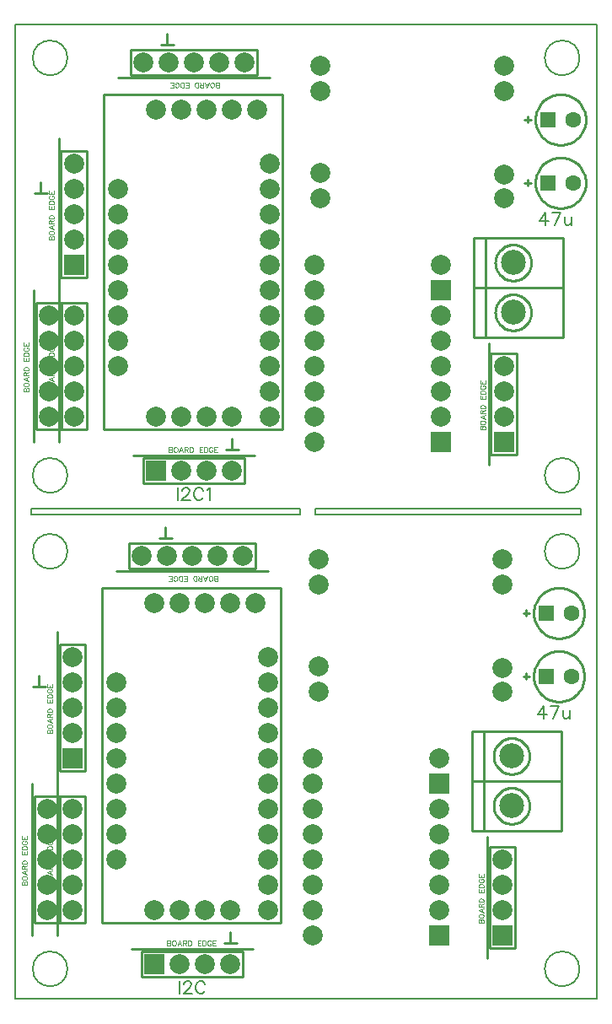
<source format=gbr>
G04 DipTrace 3.3.1.0*
G04 TopAssy.gbr*
%MOMM*%
G04 #@! TF.FileFunction,Drawing,Top*
G04 #@! TF.Part,Single*
%ADD10C,0.25*%
%ADD11C,0.14*%
G04 #@! TA.AperFunction,ComponentPad*
%ADD20C,2.5*%
%ADD24R,1.6X1.6*%
%ADD25C,1.6*%
%ADD29R,2.0X2.0*%
%ADD30C,2.0*%
%ADD32C,2.0*%
%ADD52C,0.19608*%
%ADD58C,0.07843*%
%FSLAX35Y35*%
G04*
G71*
G90*
G75*
G01*
G04 TopAssy*
%LPD*%
X5584750Y2686750D2*
D10*
X6484750D1*
Y3686750D1*
X5584750D1*
Y2686750D1*
X5704720D2*
Y3676750D1*
X5594740Y3186750D2*
X6474760D1*
X5804710Y2937050D2*
X5805148Y2949627D1*
X5806462Y2962143D1*
X5808643Y2974536D1*
X5811683Y2986747D1*
X5815565Y2998716D1*
X5820272Y3010385D1*
X5825779Y3021696D1*
X5832061Y3032594D1*
X5839087Y3043028D1*
X5846822Y3052945D1*
X5855229Y3062297D1*
X5864266Y3071039D1*
X5873891Y3079128D1*
X5884055Y3086525D1*
X5894710Y3093194D1*
X5905803Y3099103D1*
X5917281Y3104221D1*
X5929087Y3108525D1*
X5941164Y3111994D1*
X5953453Y3114611D1*
X5965895Y3116362D1*
X5978428Y3117240D1*
X5990992D1*
X6003525Y3116362D1*
X6015967Y3114611D1*
X6028256Y3111994D1*
X6040333Y3108525D1*
X6052139Y3104221D1*
X6063617Y3099103D1*
X6074710Y3093194D1*
X6085365Y3086525D1*
X6095529Y3079128D1*
X6105154Y3071039D1*
X6114191Y3062297D1*
X6122598Y3052945D1*
X6130333Y3043028D1*
X6137359Y3032594D1*
X6143641Y3021696D1*
X6149148Y3010385D1*
X6153855Y2998716D1*
X6157737Y2986747D1*
X6160777Y2974536D1*
X6162958Y2962143D1*
X6164272Y2949627D1*
X6164710Y2937050D1*
X6164272Y2924473D1*
X6162958Y2911957D1*
X6160777Y2899564D1*
X6157737Y2887353D1*
X6153855Y2875384D1*
X6149148Y2863715D1*
X6143641Y2852404D1*
X6137359Y2841506D1*
X6130333Y2831072D1*
X6122598Y2821155D1*
X6114191Y2811803D1*
X6105154Y2803061D1*
X6095529Y2794972D1*
X6085365Y2787575D1*
X6074710Y2780906D1*
X6063617Y2774997D1*
X6052139Y2769879D1*
X6040333Y2765575D1*
X6028256Y2762106D1*
X6015967Y2759489D1*
X6003525Y2757738D1*
X5990992Y2756860D1*
X5978428D1*
X5965895Y2757738D1*
X5953453Y2759489D1*
X5941164Y2762106D1*
X5929087Y2765575D1*
X5917281Y2769879D1*
X5905803Y2774997D1*
X5894710Y2780906D1*
X5884055Y2787575D1*
X5873891Y2794972D1*
X5864266Y2803061D1*
X5855229Y2811803D1*
X5846822Y2821155D1*
X5839087Y2831072D1*
X5832061Y2841506D1*
X5825779Y2852404D1*
X5820272Y2863715D1*
X5815565Y2875384D1*
X5811683Y2887353D1*
X5808643Y2899564D1*
X5806462Y2911957D1*
X5805148Y2924473D1*
X5804710Y2937050D1*
Y3437050D2*
X5805148Y3449627D1*
X5806462Y3462143D1*
X5808643Y3474536D1*
X5811683Y3486747D1*
X5815565Y3498716D1*
X5820272Y3510385D1*
X5825779Y3521696D1*
X5832061Y3532594D1*
X5839087Y3543028D1*
X5846822Y3552945D1*
X5855229Y3562297D1*
X5864266Y3571039D1*
X5873891Y3579128D1*
X5884055Y3586525D1*
X5894710Y3593194D1*
X5905803Y3599103D1*
X5917281Y3604221D1*
X5929087Y3608525D1*
X5941164Y3611994D1*
X5953453Y3614611D1*
X5965895Y3616362D1*
X5978428Y3617240D1*
X5990992D1*
X6003525Y3616362D1*
X6015967Y3614611D1*
X6028256Y3611994D1*
X6040333Y3608525D1*
X6052139Y3604221D1*
X6063617Y3599103D1*
X6074710Y3593194D1*
X6085365Y3586525D1*
X6095529Y3579128D1*
X6105154Y3571039D1*
X6114191Y3562297D1*
X6122598Y3552945D1*
X6130333Y3543028D1*
X6137359Y3532594D1*
X6143641Y3521696D1*
X6149148Y3510385D1*
X6153855Y3498716D1*
X6157737Y3486747D1*
X6160777Y3474536D1*
X6162958Y3462143D1*
X6164272Y3449627D1*
X6164710Y3437050D1*
X6164272Y3424473D1*
X6162958Y3411957D1*
X6160777Y3399564D1*
X6157737Y3387353D1*
X6153855Y3375384D1*
X6149148Y3363715D1*
X6143641Y3352404D1*
X6137359Y3341506D1*
X6130333Y3331072D1*
X6122598Y3321155D1*
X6114191Y3311803D1*
X6105154Y3303061D1*
X6095529Y3294972D1*
X6085365Y3287575D1*
X6074710Y3280906D1*
X6063617Y3274997D1*
X6052139Y3269879D1*
X6040333Y3265575D1*
X6028256Y3262106D1*
X6015967Y3259489D1*
X6003525Y3257738D1*
X5990992Y3256860D1*
X5978428D1*
X5965895Y3257738D1*
X5953453Y3259489D1*
X5941164Y3262106D1*
X5929087Y3265575D1*
X5917281Y3269879D1*
X5905803Y3274997D1*
X5894710Y3280906D1*
X5884055Y3287575D1*
X5873891Y3294972D1*
X5864266Y3303061D1*
X5855229Y3311803D1*
X5846822Y3321155D1*
X5839087Y3331072D1*
X5832061Y3341506D1*
X5825779Y3352404D1*
X5820272Y3363715D1*
X5815565Y3375384D1*
X5811683Y3387353D1*
X5808643Y3399564D1*
X5806462Y3411957D1*
X5805148Y3424473D1*
X5804710Y3437050D1*
D20*
X5984750Y2936750D3*
Y3436750D3*
X5600627Y7639750D2*
D10*
X6500627D1*
Y8639750D1*
X5600627D1*
Y7639750D1*
X5720597D2*
Y8629750D1*
X5610617Y8139750D2*
X6490637D1*
X5820587Y7890050D2*
X5821025Y7902627D1*
X5822338Y7915143D1*
X5824520Y7927536D1*
X5827560Y7939747D1*
X5831442Y7951716D1*
X5836148Y7963385D1*
X5841656Y7974696D1*
X5847938Y7985594D1*
X5854964Y7996028D1*
X5862699Y8005945D1*
X5871106Y8015297D1*
X5880143Y8024039D1*
X5889768Y8032128D1*
X5899932Y8039525D1*
X5910587Y8046194D1*
X5921680Y8052103D1*
X5933157Y8057221D1*
X5944964Y8061525D1*
X5957041Y8064994D1*
X5969330Y8067611D1*
X5981772Y8069362D1*
X5994305Y8070240D1*
X6006869D1*
X6019402Y8069362D1*
X6031843Y8067611D1*
X6044133Y8064994D1*
X6056210Y8061525D1*
X6068016Y8057221D1*
X6079493Y8052103D1*
X6090587Y8046194D1*
X6101241Y8039525D1*
X6111406Y8032128D1*
X6121030Y8024039D1*
X6130068Y8015297D1*
X6138475Y8005945D1*
X6146210Y7996028D1*
X6153235Y7985594D1*
X6159517Y7974696D1*
X6165025Y7963385D1*
X6169731Y7951716D1*
X6173614Y7939747D1*
X6176653Y7927536D1*
X6178835Y7915143D1*
X6180148Y7902627D1*
X6180587Y7890050D1*
X6180148Y7877473D1*
X6178835Y7864957D1*
X6176653Y7852564D1*
X6173614Y7840353D1*
X6169731Y7828384D1*
X6165025Y7816715D1*
X6159517Y7805404D1*
X6153235Y7794506D1*
X6146210Y7784072D1*
X6138475Y7774155D1*
X6130068Y7764803D1*
X6121030Y7756061D1*
X6111406Y7747972D1*
X6101241Y7740575D1*
X6090587Y7733906D1*
X6079493Y7727997D1*
X6068016Y7722879D1*
X6056210Y7718575D1*
X6044133Y7715106D1*
X6031843Y7712489D1*
X6019402Y7710738D1*
X6006869Y7709860D1*
X5994305D1*
X5981772Y7710738D1*
X5969330Y7712489D1*
X5957041Y7715106D1*
X5944964Y7718575D1*
X5933157Y7722879D1*
X5921680Y7727997D1*
X5910587Y7733906D1*
X5899932Y7740575D1*
X5889768Y7747972D1*
X5880143Y7756061D1*
X5871106Y7764803D1*
X5862699Y7774155D1*
X5854964Y7784072D1*
X5847938Y7794506D1*
X5841656Y7805404D1*
X5836148Y7816715D1*
X5831442Y7828384D1*
X5827560Y7840353D1*
X5824520Y7852564D1*
X5822338Y7864957D1*
X5821025Y7877473D1*
X5820587Y7890050D1*
Y8390050D2*
X5821025Y8402627D1*
X5822338Y8415143D1*
X5824520Y8427536D1*
X5827560Y8439747D1*
X5831442Y8451716D1*
X5836148Y8463385D1*
X5841656Y8474696D1*
X5847938Y8485594D1*
X5854964Y8496028D1*
X5862699Y8505945D1*
X5871106Y8515297D1*
X5880143Y8524039D1*
X5889768Y8532128D1*
X5899932Y8539525D1*
X5910587Y8546194D1*
X5921680Y8552103D1*
X5933157Y8557221D1*
X5944964Y8561525D1*
X5957041Y8564994D1*
X5969330Y8567611D1*
X5981772Y8569362D1*
X5994305Y8570240D1*
X6006869D1*
X6019402Y8569362D1*
X6031843Y8567611D1*
X6044133Y8564994D1*
X6056210Y8561525D1*
X6068016Y8557221D1*
X6079493Y8552103D1*
X6090587Y8546194D1*
X6101241Y8539525D1*
X6111406Y8532128D1*
X6121030Y8524039D1*
X6130068Y8515297D1*
X6138475Y8505945D1*
X6146210Y8496028D1*
X6153235Y8485594D1*
X6159517Y8474696D1*
X6165025Y8463385D1*
X6169731Y8451716D1*
X6173614Y8439747D1*
X6176653Y8427536D1*
X6178835Y8415143D1*
X6180148Y8402627D1*
X6180587Y8390050D1*
X6180148Y8377473D1*
X6178835Y8364957D1*
X6176653Y8352564D1*
X6173614Y8340353D1*
X6169731Y8328384D1*
X6165025Y8316715D1*
X6159517Y8305404D1*
X6153235Y8294506D1*
X6146210Y8284072D1*
X6138475Y8274155D1*
X6130068Y8264803D1*
X6121030Y8256061D1*
X6111406Y8247972D1*
X6101241Y8240575D1*
X6090587Y8233906D1*
X6079493Y8227997D1*
X6068016Y8222879D1*
X6056210Y8218575D1*
X6044133Y8215106D1*
X6031843Y8212489D1*
X6019402Y8210738D1*
X6006869Y8209860D1*
X5994305D1*
X5981772Y8210738D1*
X5969330Y8212489D1*
X5957041Y8215106D1*
X5944964Y8218575D1*
X5933157Y8222879D1*
X5921680Y8227997D1*
X5910587Y8233906D1*
X5899932Y8240575D1*
X5889768Y8247972D1*
X5880143Y8256061D1*
X5871106Y8264803D1*
X5862699Y8274155D1*
X5854964Y8284072D1*
X5847938Y8294506D1*
X5841656Y8305404D1*
X5836148Y8316715D1*
X5831442Y8328384D1*
X5827560Y8340353D1*
X5824520Y8352564D1*
X5822338Y8364957D1*
X5821025Y8377473D1*
X5820587Y8390050D1*
D20*
X6000627Y7889750D3*
Y8389750D3*
X6131102Y4843477D2*
D10*
Y4903523D1*
X6101082Y4873500D2*
X6161060D1*
X6207164D2*
X6207783Y4891218D1*
X6209635Y4908850D1*
X6212713Y4926310D1*
X6217000Y4943512D1*
X6222477Y4960373D1*
X6229116Y4976811D1*
X6236885Y4992746D1*
X6245746Y5008099D1*
X6255657Y5022797D1*
X6266568Y5036768D1*
X6278427Y5049943D1*
X6291175Y5062259D1*
X6304752Y5073655D1*
X6319090Y5084076D1*
X6334119Y5093470D1*
X6349768Y5101794D1*
X6365958Y5109005D1*
X6382612Y5115068D1*
X6399648Y5119955D1*
X6416983Y5123641D1*
X6434534Y5126109D1*
X6452213Y5127345D1*
X6469936D1*
X6487615Y5126109D1*
X6505166Y5123641D1*
X6522501Y5119955D1*
X6539537Y5115068D1*
X6556191Y5109005D1*
X6572382Y5101794D1*
X6588030Y5093470D1*
X6603059Y5084076D1*
X6617397Y5073655D1*
X6630974Y5062259D1*
X6643722Y5049943D1*
X6655581Y5036768D1*
X6666492Y5022797D1*
X6676403Y5008099D1*
X6685264Y4992746D1*
X6693033Y4976811D1*
X6699672Y4960373D1*
X6705149Y4943512D1*
X6709436Y4926310D1*
X6712514Y4908850D1*
X6714366Y4891218D1*
X6714985Y4873500D1*
X6714366Y4855782D1*
X6712514Y4838150D1*
X6709436Y4820690D1*
X6705149Y4803488D1*
X6699672Y4786627D1*
X6693033Y4770189D1*
X6685264Y4754254D1*
X6676403Y4738901D1*
X6666492Y4724203D1*
X6655581Y4710232D1*
X6643722Y4697057D1*
X6630974Y4684741D1*
X6617397Y4673345D1*
X6603059Y4662924D1*
X6588030Y4653530D1*
X6572382Y4645206D1*
X6556191Y4637995D1*
X6539537Y4631932D1*
X6522501Y4627045D1*
X6505166Y4623359D1*
X6487615Y4620891D1*
X6469936Y4619655D1*
X6452213D1*
X6434534Y4620891D1*
X6416983Y4623359D1*
X6399648Y4627045D1*
X6382612Y4631932D1*
X6365958Y4637995D1*
X6349768Y4645206D1*
X6334119Y4653530D1*
X6319090Y4662924D1*
X6304752Y4673345D1*
X6291175Y4684741D1*
X6278427Y4697057D1*
X6266568Y4710232D1*
X6255657Y4724203D1*
X6245746Y4738901D1*
X6236885Y4754254D1*
X6229116Y4770189D1*
X6222477Y4786627D1*
X6217000Y4803488D1*
X6212713Y4820690D1*
X6209635Y4838150D1*
X6207783Y4855782D1*
X6207164Y4873500D1*
D24*
X6334000D3*
D25*
X6588000D3*
X6131102Y4208477D2*
D10*
Y4268523D1*
X6101082Y4238500D2*
X6161060D1*
X6207164D2*
X6207783Y4256218D1*
X6209635Y4273850D1*
X6212713Y4291310D1*
X6217000Y4308512D1*
X6222477Y4325373D1*
X6229116Y4341811D1*
X6236885Y4357746D1*
X6245746Y4373099D1*
X6255657Y4387797D1*
X6266568Y4401768D1*
X6278427Y4414943D1*
X6291175Y4427259D1*
X6304752Y4438655D1*
X6319090Y4449076D1*
X6334119Y4458470D1*
X6349768Y4466794D1*
X6365958Y4474005D1*
X6382612Y4480068D1*
X6399648Y4484955D1*
X6416983Y4488641D1*
X6434534Y4491109D1*
X6452213Y4492345D1*
X6469936D1*
X6487615Y4491109D1*
X6505166Y4488641D1*
X6522501Y4484955D1*
X6539537Y4480068D1*
X6556191Y4474005D1*
X6572382Y4466794D1*
X6588030Y4458470D1*
X6603059Y4449076D1*
X6617397Y4438655D1*
X6630974Y4427259D1*
X6643722Y4414943D1*
X6655581Y4401768D1*
X6666492Y4387797D1*
X6676403Y4373099D1*
X6685264Y4357746D1*
X6693033Y4341811D1*
X6699672Y4325373D1*
X6705149Y4308512D1*
X6709436Y4291310D1*
X6712514Y4273850D1*
X6714366Y4256218D1*
X6714985Y4238500D1*
X6714366Y4220782D1*
X6712514Y4203150D1*
X6709436Y4185690D1*
X6705149Y4168488D1*
X6699672Y4151627D1*
X6693033Y4135189D1*
X6685264Y4119254D1*
X6676403Y4103901D1*
X6666492Y4089203D1*
X6655581Y4075232D1*
X6643722Y4062057D1*
X6630974Y4049741D1*
X6617397Y4038345D1*
X6603059Y4027924D1*
X6588030Y4018530D1*
X6572382Y4010206D1*
X6556191Y4002995D1*
X6539537Y3996932D1*
X6522501Y3992045D1*
X6505166Y3988359D1*
X6487615Y3985891D1*
X6469936Y3984655D1*
X6452213D1*
X6434534Y3985891D1*
X6416983Y3988359D1*
X6399648Y3992045D1*
X6382612Y3996932D1*
X6365958Y4002995D1*
X6349768Y4010206D1*
X6334119Y4018530D1*
X6319090Y4027924D1*
X6304752Y4038345D1*
X6291175Y4049741D1*
X6278427Y4062057D1*
X6266568Y4075232D1*
X6255657Y4089203D1*
X6245746Y4103901D1*
X6236885Y4119254D1*
X6229116Y4135189D1*
X6222477Y4151627D1*
X6217000Y4168488D1*
X6212713Y4185690D1*
X6209635Y4203150D1*
X6207783Y4220782D1*
X6207164Y4238500D1*
D24*
X6334000D3*
D25*
X6588000D3*
X6146978Y9796477D2*
D10*
Y9856523D1*
X6116958Y9826500D2*
X6176937D1*
X6223041D2*
X6223659Y9844218D1*
X6225512Y9861850D1*
X6228589Y9879310D1*
X6232877Y9896512D1*
X6238354Y9913373D1*
X6244993Y9929811D1*
X6252762Y9945746D1*
X6261623Y9961099D1*
X6271533Y9975797D1*
X6282445Y9989768D1*
X6294303Y10002943D1*
X6307052Y10015259D1*
X6320628Y10026655D1*
X6334966Y10037076D1*
X6349996Y10046470D1*
X6365644Y10054794D1*
X6381835Y10062005D1*
X6398489Y10068068D1*
X6415525Y10072955D1*
X6432860Y10076641D1*
X6450410Y10079109D1*
X6468090Y10080345D1*
X6485813D1*
X6503492Y10079109D1*
X6521042Y10076641D1*
X6538378Y10072955D1*
X6555414Y10068068D1*
X6572068Y10062005D1*
X6588258Y10054794D1*
X6603906Y10046470D1*
X6618936Y10037076D1*
X6633274Y10026655D1*
X6646850Y10015259D1*
X6659599Y10002943D1*
X6671458Y9989768D1*
X6682369Y9975797D1*
X6692279Y9961099D1*
X6701141Y9945746D1*
X6708910Y9929811D1*
X6715549Y9913373D1*
X6721026Y9896512D1*
X6725313Y9879310D1*
X6728391Y9861850D1*
X6730243Y9844218D1*
X6730862Y9826500D1*
X6730243Y9808782D1*
X6728391Y9791150D1*
X6725313Y9773690D1*
X6721026Y9756488D1*
X6715549Y9739627D1*
X6708910Y9723189D1*
X6701141Y9707254D1*
X6692279Y9691901D1*
X6682369Y9677203D1*
X6671458Y9663232D1*
X6659599Y9650057D1*
X6646850Y9637741D1*
X6633274Y9626345D1*
X6618936Y9615924D1*
X6603906Y9606530D1*
X6588258Y9598206D1*
X6572068Y9590995D1*
X6555414Y9584932D1*
X6538378Y9580045D1*
X6521042Y9576359D1*
X6503492Y9573891D1*
X6485813Y9572655D1*
X6468090D1*
X6450410Y9573891D1*
X6432860Y9576359D1*
X6415525Y9580045D1*
X6398489Y9584932D1*
X6381835Y9590995D1*
X6365644Y9598206D1*
X6349996Y9606530D1*
X6334966Y9615924D1*
X6320628Y9626345D1*
X6307052Y9637741D1*
X6294303Y9650057D1*
X6282445Y9663232D1*
X6271533Y9677203D1*
X6261623Y9691901D1*
X6252762Y9707254D1*
X6244993Y9723189D1*
X6238354Y9739627D1*
X6232877Y9756488D1*
X6228589Y9773690D1*
X6225512Y9791150D1*
X6223659Y9808782D1*
X6223041Y9826500D1*
D24*
X6349877D3*
D25*
X6603877D3*
X6146978Y9161477D2*
D10*
Y9221523D1*
X6116958Y9191500D2*
X6176937D1*
X6223041D2*
X6223659Y9209218D1*
X6225512Y9226850D1*
X6228589Y9244310D1*
X6232877Y9261512D1*
X6238354Y9278373D1*
X6244993Y9294811D1*
X6252762Y9310746D1*
X6261623Y9326099D1*
X6271533Y9340797D1*
X6282445Y9354768D1*
X6294303Y9367943D1*
X6307052Y9380259D1*
X6320628Y9391655D1*
X6334966Y9402076D1*
X6349996Y9411470D1*
X6365644Y9419794D1*
X6381835Y9427005D1*
X6398489Y9433068D1*
X6415525Y9437955D1*
X6432860Y9441641D1*
X6450410Y9444109D1*
X6468090Y9445345D1*
X6485813D1*
X6503492Y9444109D1*
X6521042Y9441641D1*
X6538378Y9437955D1*
X6555414Y9433068D1*
X6572068Y9427005D1*
X6588258Y9419794D1*
X6603906Y9411470D1*
X6618936Y9402076D1*
X6633274Y9391655D1*
X6646850Y9380259D1*
X6659599Y9367943D1*
X6671458Y9354768D1*
X6682369Y9340797D1*
X6692279Y9326099D1*
X6701141Y9310746D1*
X6708910Y9294811D1*
X6715549Y9278373D1*
X6721026Y9261512D1*
X6725313Y9244310D1*
X6728391Y9226850D1*
X6730243Y9209218D1*
X6730862Y9191500D1*
X6730243Y9173782D1*
X6728391Y9156150D1*
X6725313Y9138690D1*
X6721026Y9121488D1*
X6715549Y9104627D1*
X6708910Y9088189D1*
X6701141Y9072254D1*
X6692279Y9056901D1*
X6682369Y9042203D1*
X6671458Y9028232D1*
X6659599Y9015057D1*
X6646850Y9002741D1*
X6633274Y8991345D1*
X6618936Y8980924D1*
X6603906Y8971530D1*
X6588258Y8963206D1*
X6572068Y8955995D1*
X6555414Y8949932D1*
X6538378Y8945045D1*
X6521042Y8941359D1*
X6503492Y8938891D1*
X6485813Y8937655D1*
X6468090D1*
X6450410Y8938891D1*
X6432860Y8941359D1*
X6415525Y8945045D1*
X6398489Y8949932D1*
X6381835Y8955995D1*
X6365644Y8963206D1*
X6349996Y8971530D1*
X6334966Y8980924D1*
X6320628Y8991345D1*
X6307052Y9002741D1*
X6294303Y9015057D1*
X6282445Y9028232D1*
X6271533Y9042203D1*
X6261623Y9056901D1*
X6252762Y9072254D1*
X6244993Y9088189D1*
X6238354Y9104627D1*
X6232877Y9121488D1*
X6228589Y9138690D1*
X6225512Y9156150D1*
X6223659Y9173782D1*
X6223041Y9191500D1*
D24*
X6349877D3*
D25*
X6603877D3*
X1444496Y3285944D2*
D10*
X1698500D1*
Y4556056D1*
X1444496D1*
Y3285944D1*
X1419508Y3161000D2*
Y4681000D1*
D29*
X1571500Y3413000D3*
D32*
Y3667000D3*
Y3921000D3*
Y4175000D3*
Y4429000D3*
X1460369Y8238944D2*
D10*
X1714373D1*
Y9509056D1*
X1460369D1*
Y8238944D1*
X1435382Y8114000D2*
Y9634000D1*
D29*
X1587373Y8366000D3*
D32*
Y8620000D3*
Y8874000D3*
Y9128000D3*
Y9382000D3*
X3413056Y5317996D2*
D10*
X2142944D1*
Y5572000D1*
X3413056D1*
Y5317996D1*
X3538000Y5293008D2*
X2018000D1*
D32*
X3286000Y5445000D3*
X3032000D3*
X2778000D3*
X2524000D3*
X2270000D3*
X3428933Y10270996D2*
D10*
X2158821D1*
Y10525000D1*
X3428933D1*
Y10270996D1*
X3553877Y10246008D2*
X2033877D1*
D32*
X3301877Y10398000D3*
X3047877D3*
X2793877D3*
X2539877D3*
X2285877D3*
X2269955Y1476263D2*
D10*
X3286045D1*
Y1222250D1*
X2269955D1*
Y1476263D1*
X2170000Y1501256D2*
X3386000D1*
D29*
X2397000Y1349250D3*
D32*
X2651000D3*
X2905000D3*
X3159000D3*
X2285832Y6429263D2*
D10*
X3301921D1*
Y6175250D1*
X2285832D1*
Y6429263D1*
X2185877Y6454256D2*
X3401877D1*
D29*
X2412877Y6302250D3*
D32*
X2666877D3*
X2920877D3*
X3174877D3*
X1444496Y1761944D2*
D10*
X1698500D1*
Y3032056D1*
X1444496D1*
Y1761944D1*
X1419508Y1637000D2*
Y3157000D1*
D32*
X1571500Y1889000D3*
Y2143000D3*
Y2397000D3*
Y2651000D3*
Y2905000D3*
X1190496Y1761944D2*
D10*
X1444500D1*
Y3032056D1*
X1190496D1*
Y1761944D1*
X1165508Y1637000D2*
Y3157000D1*
D32*
X1317500Y1889000D3*
Y2143000D3*
Y2397000D3*
Y2651000D3*
Y2905000D3*
X1460369Y6714944D2*
D10*
X1714373D1*
Y7985056D1*
X1460369D1*
Y6714944D1*
X1435382Y6590000D2*
Y8110000D1*
D32*
X1587373Y6842000D3*
Y7096000D3*
Y7350000D3*
Y7604000D3*
Y7858000D3*
X1206372Y6714944D2*
D10*
X1460377D1*
Y7985056D1*
X1206372D1*
Y6714944D1*
X1181385Y6590000D2*
Y8110000D1*
D32*
X1333377Y6842000D3*
Y7096000D3*
Y7350000D3*
Y7604000D3*
Y7858000D3*
X5762487Y1507955D2*
D10*
X6016500D1*
Y2524045D1*
X5762487D1*
Y1507955D1*
X5737494Y1408000D2*
Y2624000D1*
D29*
X5889500Y1635000D3*
D32*
Y1889000D3*
Y2143000D3*
Y2397000D3*
X5778361Y6460955D2*
D10*
X6032373D1*
Y7477045D1*
X5778361D1*
Y6460955D1*
X5753367Y6361000D2*
Y7577000D1*
D29*
X5905373Y6588000D3*
D32*
Y6842000D3*
Y7096000D3*
Y7350000D3*
D30*
X5889500Y5413250D3*
Y5159250D3*
X4048000Y5413250D3*
Y5159250D3*
X5889500Y4317850D3*
Y4079750D3*
X4048000Y4333750D3*
Y4079750D3*
D29*
X5254620Y1635000D3*
D32*
X3984620Y3159000D3*
Y2905000D3*
Y2397000D3*
Y2143000D3*
Y1889000D3*
Y1635000D3*
X5254620Y3413000D3*
D29*
Y3159000D3*
D32*
Y2905000D3*
Y2651000D3*
Y2143000D3*
Y1889000D3*
X3984620Y3413000D3*
X5254620Y2397000D3*
X3984620Y2651000D3*
D30*
X5905377Y10366250D3*
Y10112250D3*
X4063873Y10366250D3*
Y10112250D3*
X5905377Y9270850D3*
Y9032750D3*
X4063873Y9286750D3*
Y9032750D3*
D29*
X5270497Y6588000D3*
D32*
X4000493Y8112000D3*
Y7858000D3*
Y7350000D3*
Y7096000D3*
Y6842000D3*
Y6588000D3*
X5270497Y8366000D3*
D29*
Y8112000D3*
D32*
Y7858000D3*
Y7604000D3*
Y7096000D3*
Y6842000D3*
X4000493Y8366000D3*
X5270497Y7350000D3*
X4000493Y7604000D3*
X1889002Y6715000D2*
D10*
X3682878D1*
Y10075000D1*
X1889002D1*
Y6715000D1*
D32*
X3555877Y6842000D3*
Y7096000D3*
Y7350000D3*
Y7604000D3*
Y7858000D3*
Y8112000D3*
Y8366000D3*
Y8620000D3*
Y8874000D3*
Y9128000D3*
Y9382000D3*
X3174877Y6842000D3*
X2920877D3*
X2666877D3*
X3174877Y9921750D3*
X2920877D3*
X2412877D3*
X2666877D3*
X3428877D3*
X2031877Y7350000D3*
Y7604000D3*
Y7858000D3*
Y8112000D3*
Y8366000D3*
Y8620000D3*
Y8874000D3*
Y9128000D3*
X2412877Y6842000D3*
X1873125Y1762000D2*
D10*
X3667002D1*
Y5122000D1*
X1873125D1*
Y1762000D1*
D32*
X3540000Y1889000D3*
Y2143000D3*
Y2397000D3*
Y2651000D3*
Y2905000D3*
Y3159000D3*
Y3413000D3*
Y3667000D3*
Y3921000D3*
Y4175000D3*
Y4429000D3*
X3159000Y1889000D3*
X2905000D3*
X2651000D3*
X3159000Y4968750D3*
X2905000D3*
X2397000D3*
X2651000D3*
X3413000D3*
X2016000Y2397000D3*
Y2651000D3*
Y2905000D3*
Y3159000D3*
Y3413000D3*
Y3667000D3*
Y3921000D3*
Y4175000D3*
X2397000Y1889000D3*
X2524000Y10691685D2*
D10*
Y10580562D1*
X2460500D2*
X2587500D1*
X2508123Y5738685D2*
Y5627562D1*
X2444623D2*
X2571623D1*
X1238123Y4246435D2*
Y4135312D1*
X1174623D2*
X1301623D1*
X3159000Y1674685D2*
Y1563562D1*
X3095500D2*
X3222500D1*
X1253997Y9199435D2*
Y9088312D1*
X1190497D2*
X1317497D1*
X3174873Y6627685D2*
Y6516562D1*
X3111373D2*
X3238373D1*
X6308101Y3813815D2*
D52*
Y3941285D1*
X6247315Y3856352D1*
X6338424D1*
X6401927Y3813815D2*
X6462713Y3941285D1*
X6377640D1*
X6501929Y3898888D2*
Y3838102D1*
X6507965Y3819992D1*
X6520179Y3813815D1*
X6538429D1*
X6550502Y3819992D1*
X6568752Y3838102D1*
Y3898888D2*
Y3813815D1*
X6323978Y8766815D2*
Y8894285D1*
X6263191Y8809352D1*
X6354301D1*
X6417803Y8766815D2*
X6478590Y8894285D1*
X6393517D1*
X6517805Y8851888D2*
Y8791102D1*
X6523842Y8772992D1*
X6536055Y8766815D1*
X6554305D1*
X6566379Y8772992D1*
X6584629Y8791102D1*
Y8851888D2*
Y8766815D1*
X2650693Y1179175D2*
Y1051565D1*
X2696086Y1148711D2*
Y1154748D1*
X2702122Y1166961D1*
X2708159Y1172998D1*
X2720372Y1179035D1*
X2744659D1*
X2756732Y1172998D1*
X2762768Y1166961D1*
X2768945Y1154748D1*
Y1142675D1*
X2762768Y1130461D1*
X2750695Y1112352D1*
X2689909Y1051565D1*
X2774982D1*
X2905307Y1148852D2*
X2899270Y1160925D1*
X2887057Y1173138D1*
X2874984Y1179175D1*
X2850697D1*
X2838484Y1173138D1*
X2826411Y1160925D1*
X2820234Y1148852D1*
X2814197Y1130602D1*
Y1100138D1*
X2820234Y1082029D1*
X2826411Y1069815D1*
X2838484Y1057742D1*
X2850697Y1051565D1*
X2874984D1*
X2887057Y1057742D1*
X2899270Y1069815D1*
X2905307Y1082029D1*
X2631730Y6132175D2*
Y6004565D1*
X2677123Y6101711D2*
Y6107748D1*
X2683159Y6119961D1*
X2689196Y6125998D1*
X2701409Y6132035D1*
X2725696D1*
X2737769Y6125998D1*
X2743805Y6119961D1*
X2749982Y6107748D1*
Y6095675D1*
X2743805Y6083461D1*
X2731732Y6065352D1*
X2670946Y6004565D1*
X2756019D1*
X2886344Y6101852D2*
X2880308Y6113925D1*
X2868094Y6126138D1*
X2856021Y6132175D1*
X2831735D1*
X2819521Y6126138D1*
X2807448Y6113925D1*
X2801271Y6101852D1*
X2795235Y6083602D1*
Y6053138D1*
X2801271Y6035029D1*
X2807448Y6022815D1*
X2819521Y6010742D1*
X2831735Y6004565D1*
X2856021D1*
X2868094Y6010742D1*
X2880308Y6022815D1*
X2886344Y6035029D1*
X2925560Y6107748D2*
X2937773Y6113925D1*
X2956023Y6132035D1*
Y6004565D1*
X1322230Y3668346D2*
D58*
X1373274D1*
Y3690246D1*
X1370803Y3697546D1*
X1368389Y3699960D1*
X1363559Y3702375D1*
X1356259D1*
X1351374Y3699960D1*
X1348959Y3697546D1*
X1346545Y3690246D1*
X1344074Y3697546D1*
X1341659Y3699960D1*
X1336830Y3702375D1*
X1331945D1*
X1327116Y3699960D1*
X1324645Y3697546D1*
X1322230Y3690246D1*
Y3668346D1*
X1346545D2*
Y3690246D1*
X1322230Y3732661D2*
X1324645Y3727776D1*
X1329530Y3722947D1*
X1334359Y3720476D1*
X1341659Y3718061D1*
X1353845D1*
X1361089Y3720476D1*
X1365974Y3722947D1*
X1370803Y3727776D1*
X1373274Y3732661D1*
Y3742376D1*
X1370803Y3747205D1*
X1365974Y3752090D1*
X1361089Y3754505D1*
X1353845Y3756920D1*
X1341659D1*
X1334359Y3754505D1*
X1329530Y3752090D1*
X1324645Y3747205D1*
X1322230Y3742376D1*
Y3732661D1*
X1373274Y3811520D2*
X1322230Y3792035D1*
X1373274Y3772606D1*
X1356259Y3779906D2*
Y3804220D1*
X1346545Y3827207D2*
Y3849051D1*
X1344074Y3856351D1*
X1341659Y3858821D1*
X1336830Y3861236D1*
X1331945D1*
X1327116Y3858821D1*
X1324645Y3856351D1*
X1322230Y3849051D1*
Y3827207D1*
X1373274D1*
X1346545Y3844221D2*
X1373274Y3861236D1*
X1322230Y3876922D2*
X1373274D1*
Y3893937D1*
X1370803Y3901237D1*
X1365974Y3906122D1*
X1361089Y3908537D1*
X1353845Y3910951D1*
X1341659D1*
X1334359Y3908537D1*
X1329530Y3906122D1*
X1324645Y3901237D1*
X1322230Y3893937D1*
Y3876922D1*
Y4007575D2*
Y3976016D1*
X1373274D1*
Y4007575D1*
X1346545Y3976016D2*
Y3995446D1*
X1322230Y4023261D2*
X1373274D1*
Y4040276D1*
X1370803Y4047576D1*
X1365974Y4052461D1*
X1361089Y4054876D1*
X1353845Y4057290D1*
X1341659D1*
X1334359Y4054876D1*
X1329530Y4052461D1*
X1324645Y4047576D1*
X1322230Y4040276D1*
Y4023261D1*
X1334359Y4109420D2*
X1329530Y4107006D1*
X1324645Y4102120D1*
X1322230Y4097291D1*
Y4087577D1*
X1324645Y4082691D1*
X1329530Y4077862D1*
X1334359Y4075391D1*
X1341659Y4072977D1*
X1353845D1*
X1361089Y4075391D1*
X1365974Y4077862D1*
X1370803Y4082691D1*
X1373274Y4087577D1*
Y4097291D1*
X1370803Y4102120D1*
X1365974Y4107006D1*
X1361089Y4109420D1*
X1353845D1*
Y4097291D1*
X1322230Y4156665D2*
Y4125107D1*
X1373274D1*
Y4156665D1*
X1346545Y4125107D2*
Y4144536D1*
X1338103Y8621346D2*
X1389147D1*
Y8643246D1*
X1386677Y8650546D1*
X1384262Y8652960D1*
X1379433Y8655375D1*
X1372133D1*
X1367247Y8652960D1*
X1364833Y8650546D1*
X1362418Y8643246D1*
X1359947Y8650546D1*
X1357533Y8652960D1*
X1352704Y8655375D1*
X1347818D1*
X1342989Y8652960D1*
X1340518Y8650546D1*
X1338103Y8643246D1*
Y8621346D1*
X1362418D2*
Y8643246D1*
X1338104Y8685661D2*
X1340518Y8680776D1*
X1345404Y8675947D1*
X1350233Y8673476D1*
X1357533Y8671061D1*
X1369718D1*
X1376962Y8673476D1*
X1381847Y8675947D1*
X1386677Y8680776D1*
X1389147Y8685661D1*
Y8695376D1*
X1386677Y8700205D1*
X1381847Y8705090D1*
X1376962Y8707505D1*
X1369718Y8709920D1*
X1357533D1*
X1350233Y8707505D1*
X1345404Y8705090D1*
X1340518Y8700205D1*
X1338104Y8695376D1*
Y8685661D1*
X1389147Y8764520D2*
X1338104Y8745035D1*
X1389147Y8725606D1*
X1372133Y8732906D2*
Y8757220D1*
X1362418Y8780207D2*
Y8802051D1*
X1359947Y8809351D1*
X1357533Y8811821D1*
X1352703Y8814236D1*
X1347818D1*
X1342989Y8811821D1*
X1340518Y8809351D1*
X1338103Y8802051D1*
Y8780207D1*
X1389147D1*
X1362418Y8797221D2*
X1389147Y8814236D1*
X1338103Y8829922D2*
X1389147D1*
Y8846937D1*
X1386676Y8854237D1*
X1381847Y8859122D1*
X1376962Y8861537D1*
X1369718Y8863951D1*
X1357533D1*
X1350233Y8861537D1*
X1345403Y8859122D1*
X1340518Y8854237D1*
X1338103Y8846937D1*
Y8829922D1*
Y8960575D2*
Y8929016D1*
X1389147D1*
Y8960575D1*
X1362418Y8929016D2*
Y8948446D1*
X1338103Y8976261D2*
X1389147D1*
Y8993276D1*
X1386676Y9000576D1*
X1381847Y9005461D1*
X1376962Y9007876D1*
X1369718Y9010290D1*
X1357533D1*
X1350233Y9007876D1*
X1345403Y9005461D1*
X1340518Y9000576D1*
X1338103Y8993276D1*
Y8976261D1*
X1350233Y9062420D2*
X1345403Y9060006D1*
X1340518Y9055120D1*
X1338103Y9050291D1*
Y9040577D1*
X1340518Y9035691D1*
X1345403Y9030862D1*
X1350233Y9028391D1*
X1357533Y9025977D1*
X1369718D1*
X1376962Y9028391D1*
X1381847Y9030862D1*
X1386676Y9035691D1*
X1389147Y9040577D1*
Y9050291D1*
X1386676Y9055120D1*
X1381847Y9060006D1*
X1376962Y9062420D1*
X1369718D1*
Y9050291D1*
X1338103Y9109665D2*
Y9078107D1*
X1389147D1*
Y9109665D1*
X1362418Y9078107D2*
Y9097536D1*
X3030654Y5195730D2*
Y5246774D1*
X3008754D1*
X3001454Y5244303D1*
X2999040Y5241889D1*
X2996625Y5237059D1*
Y5229759D1*
X2999040Y5224874D1*
X3001454Y5222459D1*
X3008754Y5220045D1*
X3001454Y5217574D1*
X2999040Y5215159D1*
X2996625Y5210330D1*
Y5205445D1*
X2999040Y5200616D1*
X3001454Y5198145D1*
X3008754Y5195730D1*
X3030654D1*
Y5220045D2*
X3008754D1*
X2966339Y5195730D2*
X2971224Y5198145D1*
X2976053Y5203030D1*
X2978524Y5207859D1*
X2980939Y5215159D1*
Y5227345D1*
X2978524Y5234589D1*
X2976053Y5239474D1*
X2971224Y5244303D1*
X2966339Y5246774D1*
X2956624D1*
X2951795Y5244303D1*
X2946910Y5239474D1*
X2944495Y5234589D1*
X2942080Y5227345D1*
Y5215159D1*
X2944495Y5207859D1*
X2946910Y5203030D1*
X2951795Y5198145D1*
X2956624Y5195730D1*
X2966339D1*
X2887480Y5246774D2*
X2906965Y5195730D1*
X2926394Y5246774D1*
X2919094Y5229759D2*
X2894780D1*
X2871793Y5220045D2*
X2849949D1*
X2842649Y5217574D1*
X2840179Y5215159D1*
X2837764Y5210330D1*
Y5205445D1*
X2840179Y5200616D1*
X2842649Y5198145D1*
X2849949Y5195730D1*
X2871793D1*
Y5246774D1*
X2854779Y5220045D2*
X2837764Y5246774D1*
X2822078Y5195730D2*
Y5246774D1*
X2805063D1*
X2797763Y5244303D1*
X2792878Y5239474D1*
X2790463Y5234589D1*
X2788049Y5227345D1*
Y5215159D1*
X2790463Y5207859D1*
X2792878Y5203030D1*
X2797763Y5198145D1*
X2805063Y5195730D1*
X2822078D1*
X2691425D2*
X2722984D1*
Y5246774D1*
X2691425D1*
X2722984Y5220045D2*
X2703554D1*
X2675739Y5195730D2*
Y5246774D1*
X2658724D1*
X2651424Y5244303D1*
X2646539Y5239474D1*
X2644124Y5234589D1*
X2641710Y5227345D1*
Y5215159D1*
X2644124Y5207859D1*
X2646539Y5203030D1*
X2651424Y5198145D1*
X2658724Y5195730D1*
X2675739D1*
X2589580Y5207859D2*
X2591994Y5203030D1*
X2596880Y5198145D1*
X2601709Y5195730D1*
X2611423D1*
X2616309Y5198145D1*
X2621138Y5203030D1*
X2623609Y5207859D1*
X2626023Y5215159D1*
Y5227345D1*
X2623609Y5234589D1*
X2621138Y5239474D1*
X2616309Y5244303D1*
X2611423Y5246774D1*
X2601709D1*
X2596880Y5244303D1*
X2591994Y5239474D1*
X2589580Y5234589D1*
Y5227345D1*
X2601709D1*
X2542335Y5195730D2*
X2573893D1*
Y5246774D1*
X2542335D1*
X2573893Y5220045D2*
X2554464D1*
X3046531Y10148730D2*
Y10199774D1*
X3024631D1*
X3017331Y10197303D1*
X3014916Y10194889D1*
X3012502Y10190059D1*
Y10182759D1*
X3014916Y10177874D1*
X3017331Y10175459D1*
X3024631Y10173045D1*
X3017331Y10170574D1*
X3014916Y10168159D1*
X3012502Y10163330D1*
Y10158445D1*
X3014916Y10153616D1*
X3017331Y10151145D1*
X3024631Y10148730D1*
X3046531D1*
Y10173045D2*
X3024631D1*
X2982215Y10148730D2*
X2987101Y10151145D1*
X2991930Y10156030D1*
X2994401Y10160859D1*
X2996815Y10168159D1*
Y10180345D1*
X2994401Y10187589D1*
X2991930Y10192474D1*
X2987101Y10197303D1*
X2982216Y10199774D1*
X2972501D1*
X2967672Y10197303D1*
X2962786Y10192474D1*
X2960372Y10187589D1*
X2957957Y10180345D1*
Y10168159D1*
X2960372Y10160859D1*
X2962786Y10156030D1*
X2967672Y10151145D1*
X2972501Y10148730D1*
X2982215D1*
X2903356Y10199774D2*
X2922842Y10148730D1*
X2942271Y10199774D1*
X2934971Y10182759D2*
X2910656D1*
X2887670Y10173045D2*
X2865826D1*
X2858526Y10170574D1*
X2856055Y10168159D1*
X2853641Y10163330D1*
Y10158445D1*
X2856055Y10153616D1*
X2858526Y10151145D1*
X2865826Y10148730D1*
X2887670D1*
Y10199774D1*
X2870655Y10173045D2*
X2853641Y10199774D1*
X2837954Y10148730D2*
Y10199774D1*
X2820940D1*
X2813640Y10197303D1*
X2808754Y10192474D1*
X2806340Y10187589D1*
X2803925Y10180345D1*
Y10168159D1*
X2806340Y10160859D1*
X2808754Y10156030D1*
X2813640Y10151145D1*
X2820940Y10148730D1*
X2837954D1*
X2707302D2*
X2738860D1*
Y10199774D1*
X2707302D1*
X2738860Y10173045D2*
X2719431D1*
X2691616Y10148730D2*
Y10199774D1*
X2674601D1*
X2667301Y10197303D1*
X2662416Y10192474D1*
X2660001Y10187589D1*
X2657586Y10180345D1*
Y10168159D1*
X2660001Y10160859D1*
X2662416Y10156030D1*
X2667301Y10151145D1*
X2674601Y10148730D1*
X2691616D1*
X2605456Y10160859D2*
X2607871Y10156030D1*
X2612756Y10151145D1*
X2617586Y10148730D1*
X2627300D1*
X2632186Y10151145D1*
X2637015Y10156030D1*
X2639486Y10160859D1*
X2641900Y10168159D1*
Y10180345D1*
X2639486Y10187589D1*
X2637015Y10192474D1*
X2632186Y10197303D1*
X2627300Y10199774D1*
X2617586D1*
X2612756Y10197303D1*
X2607871Y10192474D1*
X2605456Y10187589D1*
Y10180345D1*
X2617586D1*
X2558212Y10148730D2*
X2589770D1*
Y10199774D1*
X2558212D1*
X2589770Y10173045D2*
X2570341D1*
X2525467Y1586020D2*
Y1534976D1*
X2547367D1*
X2554667Y1537447D1*
X2557082Y1539862D1*
X2559496Y1544691D1*
Y1551991D1*
X2557082Y1556876D1*
X2554667Y1559291D1*
X2547367Y1561705D1*
X2554667Y1564176D1*
X2557082Y1566591D1*
X2559496Y1571420D1*
Y1576305D1*
X2557082Y1581135D1*
X2554667Y1583605D1*
X2547367Y1586020D1*
X2525467D1*
Y1561705D2*
X2547367D1*
X2589783Y1586020D2*
X2584897Y1583605D1*
X2580068Y1578720D1*
X2577597Y1573891D1*
X2575183Y1566591D1*
Y1554405D1*
X2577597Y1547162D1*
X2580068Y1542276D1*
X2584897Y1537447D1*
X2589783Y1534976D1*
X2599497D1*
X2604327Y1537447D1*
X2609212Y1542276D1*
X2611627Y1547162D1*
X2614041Y1554405D1*
Y1566591D1*
X2611627Y1573891D1*
X2609212Y1578720D1*
X2604327Y1583605D1*
X2599497Y1586020D1*
X2589783D1*
X2668642Y1534976D2*
X2649157Y1586020D1*
X2629727Y1534976D1*
X2637027Y1551991D2*
X2661342D1*
X2684328Y1561705D2*
X2706172D1*
X2713472Y1564176D1*
X2715943Y1566591D1*
X2718358Y1571420D1*
Y1576305D1*
X2715943Y1581135D1*
X2713472Y1583605D1*
X2706172Y1586020D1*
X2684328D1*
Y1534976D1*
X2701343Y1561705D2*
X2718358Y1534976D1*
X2734044Y1586020D2*
Y1534976D1*
X2751058D1*
X2758358Y1537447D1*
X2763244Y1542276D1*
X2765658Y1547162D1*
X2768073Y1554405D1*
Y1566591D1*
X2765658Y1573891D1*
X2763244Y1578720D1*
X2758358Y1583605D1*
X2751058Y1586020D1*
X2734044D1*
X2864696D2*
X2833138D1*
Y1534976D1*
X2864696D1*
X2833138Y1561705D2*
X2852567D1*
X2880383Y1586020D2*
Y1534976D1*
X2897397D1*
X2904697Y1537447D1*
X2909583Y1542276D1*
X2911997Y1547162D1*
X2914412Y1554405D1*
Y1566591D1*
X2911997Y1573891D1*
X2909583Y1578720D1*
X2904697Y1583605D1*
X2897397Y1586020D1*
X2880383D1*
X2966542Y1573891D2*
X2964127Y1578720D1*
X2959242Y1583605D1*
X2954413Y1586020D1*
X2944698D1*
X2939813Y1583605D1*
X2934984Y1578720D1*
X2932513Y1573891D1*
X2930098Y1566591D1*
Y1554405D1*
X2932513Y1547162D1*
X2934984Y1542276D1*
X2939813Y1537447D1*
X2944698Y1534976D1*
X2954413D1*
X2959242Y1537447D1*
X2964127Y1542276D1*
X2966542Y1547162D1*
Y1554405D1*
X2954413D1*
X3013787Y1586020D2*
X2982228D1*
Y1534976D1*
X3013787D1*
X2982228Y1561705D2*
X3001657D1*
X2541344Y6539020D2*
Y6487976D1*
X2563244D1*
X2570544Y6490447D1*
X2572958Y6492862D1*
X2575373Y6497691D1*
Y6504991D1*
X2572958Y6509876D1*
X2570544Y6512291D1*
X2563244Y6514705D1*
X2570544Y6517176D1*
X2572958Y6519591D1*
X2575373Y6524420D1*
Y6529305D1*
X2572958Y6534135D1*
X2570544Y6536605D1*
X2563244Y6539020D1*
X2541344D1*
Y6514705D2*
X2563244D1*
X2605659Y6539020D2*
X2600774Y6536605D1*
X2595945Y6531720D1*
X2593474Y6526891D1*
X2591059Y6519591D1*
Y6507405D1*
X2593474Y6500162D1*
X2595945Y6495276D1*
X2600774Y6490447D1*
X2605659Y6487976D1*
X2615374D1*
X2620203Y6490447D1*
X2625089Y6495276D1*
X2627503Y6500162D1*
X2629918Y6507405D1*
Y6519591D1*
X2627503Y6526891D1*
X2625089Y6531720D1*
X2620203Y6536605D1*
X2615374Y6539020D1*
X2605659D1*
X2684519Y6487976D2*
X2665033Y6539020D1*
X2645604Y6487976D1*
X2652904Y6504991D2*
X2677219D1*
X2700205Y6514705D2*
X2722049D1*
X2729349Y6517176D1*
X2731820Y6519591D1*
X2734234Y6524420D1*
Y6529305D1*
X2731820Y6534135D1*
X2729349Y6536605D1*
X2722049Y6539020D1*
X2700205D1*
Y6487976D1*
X2717220Y6514705D2*
X2734234Y6487976D1*
X2749920Y6539020D2*
Y6487976D1*
X2766935D1*
X2774235Y6490447D1*
X2779120Y6495276D1*
X2781535Y6500162D1*
X2783950Y6507405D1*
Y6519591D1*
X2781535Y6526891D1*
X2779120Y6531720D1*
X2774235Y6536605D1*
X2766935Y6539020D1*
X2749920D1*
X2880573D2*
X2849015D1*
Y6487976D1*
X2880573D1*
X2849015Y6514705D2*
X2868444D1*
X2896259Y6539020D2*
Y6487976D1*
X2913274D1*
X2920574Y6490447D1*
X2925459Y6495276D1*
X2927874Y6500162D1*
X2930289Y6507405D1*
Y6519591D1*
X2927874Y6526891D1*
X2925459Y6531720D1*
X2920574Y6536605D1*
X2913274Y6539020D1*
X2896259D1*
X2982419Y6526891D2*
X2980004Y6531720D1*
X2975119Y6536605D1*
X2970289Y6539020D1*
X2960575D1*
X2955689Y6536605D1*
X2950860Y6531720D1*
X2948389Y6526891D1*
X2945975Y6519591D1*
Y6507405D1*
X2948389Y6500162D1*
X2950860Y6495276D1*
X2955689Y6490447D1*
X2960575Y6487976D1*
X2970289D1*
X2975119Y6490447D1*
X2980004Y6495276D1*
X2982419Y6500162D1*
Y6507405D1*
X2970289D1*
X3029663Y6539020D2*
X2998105D1*
Y6487976D1*
X3029663D1*
X2998105Y6514705D2*
X3017534D1*
X1322230Y2144346D2*
X1373274D1*
Y2166246D1*
X1370803Y2173546D1*
X1368389Y2175960D1*
X1363559Y2178375D1*
X1356259D1*
X1351374Y2175960D1*
X1348959Y2173546D1*
X1346545Y2166246D1*
X1344074Y2173546D1*
X1341659Y2175960D1*
X1336830Y2178375D1*
X1331945D1*
X1327116Y2175960D1*
X1324645Y2173546D1*
X1322230Y2166246D1*
Y2144346D1*
X1346545D2*
Y2166246D1*
X1322230Y2208661D2*
X1324645Y2203776D1*
X1329530Y2198947D1*
X1334359Y2196476D1*
X1341659Y2194061D1*
X1353845D1*
X1361089Y2196476D1*
X1365974Y2198947D1*
X1370803Y2203776D1*
X1373274Y2208661D1*
Y2218376D1*
X1370803Y2223205D1*
X1365974Y2228090D1*
X1361089Y2230505D1*
X1353845Y2232920D1*
X1341659D1*
X1334359Y2230505D1*
X1329530Y2228090D1*
X1324645Y2223205D1*
X1322230Y2218376D1*
Y2208661D1*
X1373274Y2287520D2*
X1322230Y2268035D1*
X1373274Y2248606D1*
X1356259Y2255906D2*
Y2280220D1*
X1346545Y2303207D2*
Y2325051D1*
X1344074Y2332351D1*
X1341659Y2334821D1*
X1336830Y2337236D1*
X1331945D1*
X1327116Y2334821D1*
X1324645Y2332351D1*
X1322230Y2325051D1*
Y2303207D1*
X1373274D1*
X1346545Y2320221D2*
X1373274Y2337236D1*
X1322230Y2352922D2*
X1373274D1*
Y2369937D1*
X1370803Y2377237D1*
X1365974Y2382122D1*
X1361089Y2384537D1*
X1353845Y2386951D1*
X1341659D1*
X1334359Y2384537D1*
X1329530Y2382122D1*
X1324645Y2377237D1*
X1322230Y2369937D1*
Y2352922D1*
Y2483575D2*
Y2452016D1*
X1373274D1*
Y2483575D1*
X1346545Y2452016D2*
Y2471446D1*
X1322230Y2499261D2*
X1373274D1*
Y2516276D1*
X1370803Y2523576D1*
X1365974Y2528461D1*
X1361089Y2530876D1*
X1353845Y2533290D1*
X1341659D1*
X1334359Y2530876D1*
X1329530Y2528461D1*
X1324645Y2523576D1*
X1322230Y2516276D1*
Y2499261D1*
X1334359Y2585420D2*
X1329530Y2583006D1*
X1324645Y2578120D1*
X1322230Y2573291D1*
Y2563577D1*
X1324645Y2558691D1*
X1329530Y2553862D1*
X1334359Y2551391D1*
X1341659Y2548977D1*
X1353845D1*
X1361089Y2551391D1*
X1365974Y2553862D1*
X1370803Y2558691D1*
X1373274Y2563577D1*
Y2573291D1*
X1370803Y2578120D1*
X1365974Y2583006D1*
X1361089Y2585420D1*
X1353845D1*
Y2573291D1*
X1322230Y2632665D2*
Y2601107D1*
X1373274D1*
Y2632665D1*
X1346545Y2601107D2*
Y2620536D1*
X1068230Y2144346D2*
X1119274D1*
Y2166246D1*
X1116803Y2173546D1*
X1114389Y2175960D1*
X1109559Y2178375D1*
X1102259D1*
X1097374Y2175960D1*
X1094959Y2173546D1*
X1092545Y2166246D1*
X1090074Y2173546D1*
X1087659Y2175960D1*
X1082830Y2178375D1*
X1077945D1*
X1073116Y2175960D1*
X1070645Y2173546D1*
X1068230Y2166246D1*
Y2144346D1*
X1092545D2*
Y2166246D1*
X1068230Y2208661D2*
X1070645Y2203776D1*
X1075530Y2198947D1*
X1080359Y2196476D1*
X1087659Y2194061D1*
X1099845D1*
X1107089Y2196476D1*
X1111974Y2198947D1*
X1116803Y2203776D1*
X1119274Y2208661D1*
Y2218376D1*
X1116803Y2223205D1*
X1111974Y2228090D1*
X1107089Y2230505D1*
X1099845Y2232920D1*
X1087659D1*
X1080359Y2230505D1*
X1075530Y2228090D1*
X1070645Y2223205D1*
X1068230Y2218376D1*
Y2208661D1*
X1119274Y2287520D2*
X1068230Y2268035D1*
X1119274Y2248606D1*
X1102259Y2255906D2*
Y2280220D1*
X1092545Y2303207D2*
Y2325051D1*
X1090074Y2332351D1*
X1087659Y2334821D1*
X1082830Y2337236D1*
X1077945D1*
X1073116Y2334821D1*
X1070645Y2332351D1*
X1068230Y2325051D1*
Y2303207D1*
X1119274D1*
X1092545Y2320221D2*
X1119274Y2337236D1*
X1068230Y2352922D2*
X1119274D1*
Y2369937D1*
X1116803Y2377237D1*
X1111974Y2382122D1*
X1107089Y2384537D1*
X1099845Y2386951D1*
X1087659D1*
X1080359Y2384537D1*
X1075530Y2382122D1*
X1070645Y2377237D1*
X1068230Y2369937D1*
Y2352922D1*
Y2483575D2*
Y2452016D1*
X1119274D1*
Y2483575D1*
X1092545Y2452016D2*
Y2471446D1*
X1068230Y2499261D2*
X1119274D1*
Y2516276D1*
X1116803Y2523576D1*
X1111974Y2528461D1*
X1107089Y2530876D1*
X1099845Y2533290D1*
X1087659D1*
X1080359Y2530876D1*
X1075530Y2528461D1*
X1070645Y2523576D1*
X1068230Y2516276D1*
Y2499261D1*
X1080359Y2585420D2*
X1075530Y2583006D1*
X1070645Y2578120D1*
X1068230Y2573291D1*
Y2563577D1*
X1070645Y2558691D1*
X1075530Y2553862D1*
X1080359Y2551391D1*
X1087659Y2548977D1*
X1099845D1*
X1107089Y2551391D1*
X1111974Y2553862D1*
X1116803Y2558691D1*
X1119274Y2563577D1*
Y2573291D1*
X1116803Y2578120D1*
X1111974Y2583006D1*
X1107089Y2585420D1*
X1099845D1*
Y2573291D1*
X1068230Y2632665D2*
Y2601107D1*
X1119274D1*
Y2632665D1*
X1092545Y2601107D2*
Y2620536D1*
X1338103Y7097346D2*
X1389147D1*
Y7119246D1*
X1386677Y7126546D1*
X1384262Y7128960D1*
X1379433Y7131375D1*
X1372133D1*
X1367247Y7128960D1*
X1364833Y7126546D1*
X1362418Y7119246D1*
X1359947Y7126546D1*
X1357533Y7128960D1*
X1352704Y7131375D1*
X1347818D1*
X1342989Y7128960D1*
X1340518Y7126546D1*
X1338103Y7119246D1*
Y7097346D1*
X1362418D2*
Y7119246D1*
X1338104Y7161661D2*
X1340518Y7156776D1*
X1345404Y7151947D1*
X1350233Y7149476D1*
X1357533Y7147061D1*
X1369718D1*
X1376962Y7149476D1*
X1381847Y7151947D1*
X1386677Y7156776D1*
X1389147Y7161661D1*
Y7171376D1*
X1386677Y7176205D1*
X1381847Y7181090D1*
X1376962Y7183505D1*
X1369718Y7185920D1*
X1357533D1*
X1350233Y7183505D1*
X1345404Y7181090D1*
X1340518Y7176205D1*
X1338104Y7171376D1*
Y7161661D1*
X1389147Y7240520D2*
X1338104Y7221035D1*
X1389147Y7201606D1*
X1372133Y7208906D2*
Y7233220D1*
X1362418Y7256207D2*
Y7278051D1*
X1359947Y7285351D1*
X1357533Y7287821D1*
X1352703Y7290236D1*
X1347818D1*
X1342989Y7287821D1*
X1340518Y7285351D1*
X1338103Y7278051D1*
Y7256207D1*
X1389147D1*
X1362418Y7273221D2*
X1389147Y7290236D1*
X1338103Y7305922D2*
X1389147D1*
Y7322937D1*
X1386676Y7330237D1*
X1381847Y7335122D1*
X1376962Y7337537D1*
X1369718Y7339951D1*
X1357533D1*
X1350233Y7337537D1*
X1345403Y7335122D1*
X1340518Y7330237D1*
X1338103Y7322937D1*
Y7305922D1*
Y7436575D2*
Y7405016D1*
X1389147D1*
Y7436575D1*
X1362418Y7405016D2*
Y7424446D1*
X1338103Y7452261D2*
X1389147D1*
Y7469276D1*
X1386676Y7476576D1*
X1381847Y7481461D1*
X1376962Y7483876D1*
X1369718Y7486290D1*
X1357533D1*
X1350233Y7483876D1*
X1345403Y7481461D1*
X1340518Y7476576D1*
X1338103Y7469276D1*
Y7452261D1*
X1350233Y7538420D2*
X1345403Y7536006D1*
X1340518Y7531120D1*
X1338103Y7526291D1*
Y7516577D1*
X1340518Y7511691D1*
X1345403Y7506862D1*
X1350233Y7504391D1*
X1357533Y7501977D1*
X1369718D1*
X1376962Y7504391D1*
X1381847Y7506862D1*
X1386676Y7511691D1*
X1389147Y7516577D1*
Y7526291D1*
X1386676Y7531120D1*
X1381847Y7536006D1*
X1376962Y7538420D1*
X1369718D1*
Y7526291D1*
X1338103Y7585665D2*
Y7554107D1*
X1389147D1*
Y7585665D1*
X1362418Y7554107D2*
Y7573536D1*
X1084107Y7097346D2*
X1135151D1*
Y7119246D1*
X1132680Y7126546D1*
X1130265Y7128960D1*
X1125436Y7131375D1*
X1118136D1*
X1113251Y7128960D1*
X1110836Y7126546D1*
X1108421Y7119246D1*
X1105951Y7126546D1*
X1103536Y7128960D1*
X1098707Y7131375D1*
X1093821D1*
X1088992Y7128960D1*
X1086521Y7126546D1*
X1084107Y7119246D1*
Y7097346D1*
X1108421D2*
Y7119246D1*
X1084107Y7161661D2*
X1086521Y7156776D1*
X1091407Y7151947D1*
X1096236Y7149476D1*
X1103536Y7147061D1*
X1115721D1*
X1122965Y7149476D1*
X1127851Y7151947D1*
X1132680Y7156776D1*
X1135151Y7161661D1*
Y7171376D1*
X1132680Y7176205D1*
X1127851Y7181090D1*
X1122965Y7183505D1*
X1115721Y7185920D1*
X1103536D1*
X1096236Y7183505D1*
X1091407Y7181090D1*
X1086521Y7176205D1*
X1084107Y7171376D1*
Y7161661D1*
X1135151Y7240520D2*
X1084107Y7221035D1*
X1135151Y7201606D1*
X1118136Y7208906D2*
Y7233220D1*
X1108421Y7256207D2*
Y7278051D1*
X1105951Y7285351D1*
X1103536Y7287821D1*
X1098707Y7290236D1*
X1093821D1*
X1088992Y7287821D1*
X1086521Y7285351D1*
X1084107Y7278051D1*
Y7256207D1*
X1135151D1*
X1108421Y7273221D2*
X1135151Y7290236D1*
X1084107Y7305922D2*
X1135151D1*
Y7322937D1*
X1132680Y7330237D1*
X1127851Y7335122D1*
X1122965Y7337537D1*
X1115721Y7339951D1*
X1103536D1*
X1096236Y7337537D1*
X1091407Y7335122D1*
X1086521Y7330237D1*
X1084107Y7322937D1*
Y7305922D1*
Y7436575D2*
Y7405016D1*
X1135151D1*
Y7436575D1*
X1108421Y7405016D2*
Y7424446D1*
X1084107Y7452261D2*
X1135151D1*
Y7469276D1*
X1132680Y7476576D1*
X1127851Y7481461D1*
X1122965Y7483876D1*
X1115721Y7486290D1*
X1103536D1*
X1096236Y7483876D1*
X1091407Y7481461D1*
X1086521Y7476576D1*
X1084107Y7469276D1*
Y7452261D1*
X1096236Y7538420D2*
X1091407Y7536006D1*
X1086521Y7531120D1*
X1084107Y7526291D1*
Y7516577D1*
X1086521Y7511691D1*
X1091407Y7506862D1*
X1096236Y7504391D1*
X1103536Y7501977D1*
X1115721D1*
X1122965Y7504391D1*
X1127851Y7506862D1*
X1132680Y7511691D1*
X1135151Y7516577D1*
Y7526291D1*
X1132680Y7531120D1*
X1127851Y7536006D1*
X1122965Y7538420D1*
X1115721D1*
Y7526291D1*
X1084107Y7585665D2*
Y7554107D1*
X1135151D1*
Y7585665D1*
X1108421Y7554107D2*
Y7573536D1*
X5652730Y1763468D2*
X5703774D1*
Y1785367D1*
X5701303Y1792667D1*
X5698889Y1795082D1*
X5694059Y1797497D1*
X5686759D1*
X5681874Y1795082D1*
X5679459Y1792667D1*
X5677045Y1785367D1*
X5674574Y1792667D1*
X5672159Y1795082D1*
X5667330Y1797497D1*
X5662445D1*
X5657616Y1795082D1*
X5655145Y1792667D1*
X5652730Y1785367D1*
Y1763468D1*
X5677045D2*
Y1785367D1*
X5652730Y1827783D2*
X5655145Y1822897D1*
X5660030Y1818068D1*
X5664859Y1815597D1*
X5672159Y1813183D1*
X5684345D1*
X5691589Y1815597D1*
X5696474Y1818068D1*
X5701303Y1822897D1*
X5703774Y1827783D1*
Y1837497D1*
X5701303Y1842327D1*
X5696474Y1847212D1*
X5691589Y1849627D1*
X5684345Y1852041D1*
X5672159D1*
X5664859Y1849627D1*
X5660030Y1847212D1*
X5655145Y1842327D1*
X5652730Y1837497D1*
Y1827783D1*
X5703774Y1906642D2*
X5652730Y1887157D1*
X5703774Y1867727D1*
X5686759Y1875027D2*
Y1899342D1*
X5677045Y1922328D2*
Y1944172D1*
X5674574Y1951472D1*
X5672159Y1953943D1*
X5667330Y1956358D1*
X5662445D1*
X5657616Y1953943D1*
X5655145Y1951472D1*
X5652730Y1944172D1*
Y1922328D1*
X5703774D1*
X5677045Y1939343D2*
X5703774Y1956358D1*
X5652730Y1972044D2*
X5703774D1*
Y1989058D1*
X5701303Y1996358D1*
X5696474Y2001244D1*
X5691589Y2003658D1*
X5684345Y2006073D1*
X5672159D1*
X5664859Y2003658D1*
X5660030Y2001244D1*
X5655145Y1996358D1*
X5652730Y1989058D1*
Y1972044D1*
Y2102696D2*
Y2071138D1*
X5703774D1*
Y2102696D1*
X5677045Y2071138D2*
Y2090567D1*
X5652730Y2118383D2*
X5703774D1*
Y2135397D1*
X5701303Y2142697D1*
X5696474Y2147583D1*
X5691589Y2149997D1*
X5684345Y2152412D1*
X5672159D1*
X5664859Y2149997D1*
X5660030Y2147583D1*
X5655145Y2142697D1*
X5652730Y2135397D1*
Y2118383D1*
X5664859Y2204542D2*
X5660030Y2202127D1*
X5655145Y2197242D1*
X5652730Y2192413D1*
Y2182698D1*
X5655145Y2177813D1*
X5660030Y2172984D1*
X5664859Y2170513D1*
X5672159Y2168098D1*
X5684345D1*
X5691589Y2170513D1*
X5696474Y2172984D1*
X5701303Y2177813D1*
X5703774Y2182698D1*
Y2192413D1*
X5701303Y2197242D1*
X5696474Y2202127D1*
X5691589Y2204542D1*
X5684345D1*
Y2192413D1*
X5652730Y2251787D2*
Y2220228D1*
X5703774D1*
Y2251787D1*
X5677045Y2220228D2*
Y2239657D1*
X5668603Y6716468D2*
X5719647D1*
Y6738367D1*
X5717177Y6745667D1*
X5714762Y6748082D1*
X5709933Y6750497D1*
X5702633D1*
X5697747Y6748082D1*
X5695333Y6745667D1*
X5692918Y6738367D1*
X5690447Y6745667D1*
X5688033Y6748082D1*
X5683204Y6750497D1*
X5678318D1*
X5673489Y6748082D1*
X5671018Y6745667D1*
X5668603Y6738367D1*
Y6716468D1*
X5692918D2*
Y6738367D1*
X5668604Y6780783D2*
X5671018Y6775897D1*
X5675904Y6771068D1*
X5680733Y6768597D1*
X5688033Y6766183D1*
X5700218D1*
X5707462Y6768597D1*
X5712347Y6771068D1*
X5717177Y6775897D1*
X5719647Y6780783D1*
Y6790497D1*
X5717177Y6795327D1*
X5712347Y6800212D1*
X5707462Y6802627D1*
X5700218Y6805041D1*
X5688033D1*
X5680733Y6802627D1*
X5675904Y6800212D1*
X5671018Y6795327D1*
X5668604Y6790497D1*
Y6780783D1*
X5719647Y6859642D2*
X5668604Y6840157D1*
X5719647Y6820727D1*
X5702633Y6828027D2*
Y6852342D1*
X5692918Y6875328D2*
Y6897172D1*
X5690447Y6904472D1*
X5688033Y6906943D1*
X5683203Y6909358D1*
X5678318D1*
X5673489Y6906943D1*
X5671018Y6904472D1*
X5668603Y6897172D1*
Y6875328D1*
X5719647D1*
X5692918Y6892343D2*
X5719647Y6909358D1*
X5668603Y6925044D2*
X5719647D1*
Y6942058D1*
X5717176Y6949358D1*
X5712347Y6954244D1*
X5707462Y6956658D1*
X5700218Y6959073D1*
X5688033D1*
X5680733Y6956658D1*
X5675903Y6954244D1*
X5671018Y6949358D1*
X5668603Y6942058D1*
Y6925044D1*
Y7055696D2*
Y7024138D1*
X5719647D1*
Y7055696D1*
X5692918Y7024138D2*
Y7043567D1*
X5668603Y7071383D2*
X5719647D1*
Y7088397D1*
X5717176Y7095697D1*
X5712347Y7100583D1*
X5707462Y7102997D1*
X5700218Y7105412D1*
X5688033D1*
X5680733Y7102997D1*
X5675903Y7100583D1*
X5671018Y7095697D1*
X5668603Y7088397D1*
Y7071383D1*
X5680733Y7157542D2*
X5675903Y7155127D1*
X5671018Y7150242D1*
X5668603Y7145413D1*
Y7135698D1*
X5671018Y7130813D1*
X5675903Y7125984D1*
X5680733Y7123513D1*
X5688033Y7121098D1*
X5700218D1*
X5707462Y7123513D1*
X5712347Y7125984D1*
X5717176Y7130813D1*
X5719647Y7135698D1*
Y7145413D1*
X5717176Y7150242D1*
X5712347Y7155127D1*
X5707462Y7157542D1*
X5700218D1*
Y7145413D1*
X5668603Y7204787D2*
Y7173228D1*
X5719647D1*
Y7204787D1*
X5692918Y7173228D2*
Y7192657D1*
X1000000Y10779000D2*
D11*
X6842000D1*
Y1000000D1*
X1000000D1*
Y10779000D1*
X1158750Y5921250D2*
X3857500D1*
Y5857750D1*
X1158750D1*
Y5921250D1*
X4016250D2*
X6683250D1*
Y5857750D1*
X4016250D1*
Y5921250D1*
X1174623Y5492625D2*
G02X1174623Y5492625I174625J0D01*
G01*
X6318123D2*
G02X6318123Y5492625I174625J0D01*
G01*
X1174623Y1301625D2*
G02X1174623Y1301625I174625J0D01*
G01*
X6318123D2*
G02X6318123Y1301625I174625J0D01*
G01*
X1174623Y10445625D2*
G02X1174623Y10445625I174625J0D01*
G01*
X6318123D2*
G02X6318123Y10445625I174625J0D01*
G01*
X1174623Y6254625D2*
G02X1174623Y6254625I174625J0D01*
G01*
X6318123D2*
G02X6318123Y6254625I174625J0D01*
G01*
M02*

</source>
